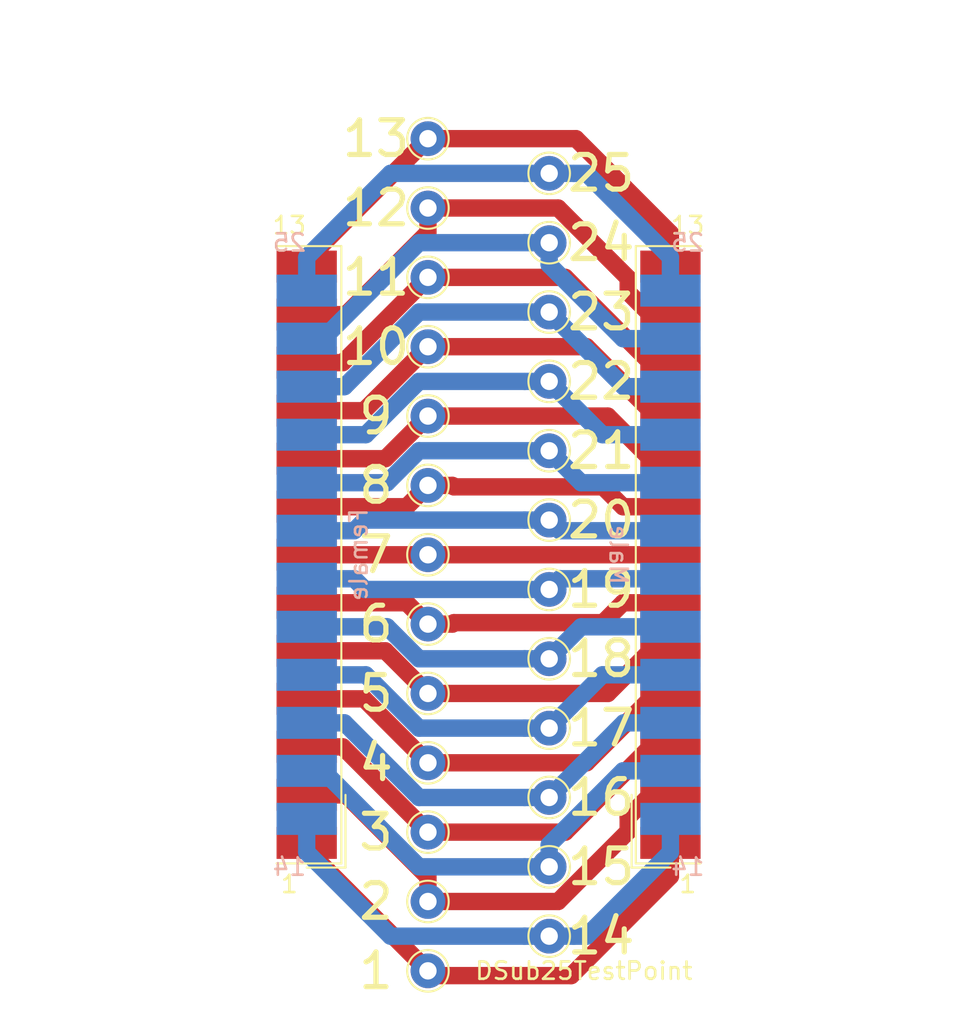
<source format=kicad_pcb>
(kicad_pcb (version 20171130) (host pcbnew "(5.1.5)-3")

  (general
    (thickness 1.6)
    (drawings 22)
    (tracks 150)
    (zones 0)
    (modules 27)
    (nets 26)
  )

  (page A4)
  (layers
    (0 F.Cu signal)
    (31 B.Cu signal)
    (32 B.Adhes user)
    (33 F.Adhes user)
    (34 B.Paste user)
    (35 F.Paste user)
    (36 B.SilkS user)
    (37 F.SilkS user)
    (38 B.Mask user)
    (39 F.Mask user)
    (40 Dwgs.User user)
    (41 Cmts.User user)
    (42 Eco1.User user)
    (43 Eco2.User user)
    (44 Edge.Cuts user)
    (45 Margin user)
    (46 B.CrtYd user)
    (47 F.CrtYd user)
    (48 B.Fab user)
    (49 F.Fab user)
  )

  (setup
    (last_trace_width 0.25)
    (trace_clearance 0.2)
    (zone_clearance 0.508)
    (zone_45_only no)
    (trace_min 0.2)
    (via_size 0.8)
    (via_drill 0.4)
    (via_min_size 0.4)
    (via_min_drill 0.3)
    (uvia_size 0.3)
    (uvia_drill 0.1)
    (uvias_allowed no)
    (uvia_min_size 0.2)
    (uvia_min_drill 0.1)
    (edge_width 0.05)
    (segment_width 0.2)
    (pcb_text_width 0.3)
    (pcb_text_size 1.5 1.5)
    (mod_edge_width 0.12)
    (mod_text_size 1 1)
    (mod_text_width 0.15)
    (pad_size 1.524 1.524)
    (pad_drill 0.762)
    (pad_to_mask_clearance 0.051)
    (solder_mask_min_width 0.25)
    (aux_axis_origin 0 0)
    (visible_elements 7FFFFFFF)
    (pcbplotparams
      (layerselection 0x010fc_ffffffff)
      (usegerberextensions false)
      (usegerberattributes false)
      (usegerberadvancedattributes false)
      (creategerberjobfile false)
      (excludeedgelayer true)
      (linewidth 0.100000)
      (plotframeref false)
      (viasonmask false)
      (mode 1)
      (useauxorigin false)
      (hpglpennumber 1)
      (hpglpenspeed 20)
      (hpglpendiameter 15.000000)
      (psnegative false)
      (psa4output false)
      (plotreference true)
      (plotvalue true)
      (plotinvisibletext false)
      (padsonsilk false)
      (subtractmaskfromsilk false)
      (outputformat 1)
      (mirror false)
      (drillshape 1)
      (scaleselection 1)
      (outputdirectory ""))
  )

  (net 0 "")
  (net 1 P1)
  (net 2 P2)
  (net 3 P3)
  (net 4 P4)
  (net 5 P5)
  (net 6 P6)
  (net 7 P7)
  (net 8 P8)
  (net 9 P9)
  (net 10 P10)
  (net 11 P11)
  (net 12 P12)
  (net 13 P13)
  (net 14 P14)
  (net 15 P15)
  (net 16 P16)
  (net 17 P17)
  (net 18 P18)
  (net 19 P19)
  (net 20 P20)
  (net 21 P21)
  (net 22 P22)
  (net 23 P23)
  (net 24 P24)
  (net 25 P25)

  (net_class Default "これはデフォルトのネット クラスです。"
    (clearance 0.2)
    (trace_width 0.25)
    (via_dia 0.8)
    (via_drill 0.4)
    (uvia_dia 0.3)
    (uvia_drill 0.1)
    (add_net P1)
    (add_net P10)
    (add_net P11)
    (add_net P12)
    (add_net P13)
    (add_net P14)
    (add_net P15)
    (add_net P16)
    (add_net P17)
    (add_net P18)
    (add_net P19)
    (add_net P2)
    (add_net P20)
    (add_net P21)
    (add_net P22)
    (add_net P23)
    (add_net P24)
    (add_net P25)
    (add_net P3)
    (add_net P4)
    (add_net P5)
    (add_net P6)
    (add_net P7)
    (add_net P8)
    (add_net P9)
  )

  (module Connector_Dsub:DSUB-25_Female_EdgeMount_P2.77mm (layer F.Cu) (tedit 59FEDEE2) (tstamp 605A14CC)
    (at 42 65 270)
    (descr "25-pin D-Sub connector, solder-cups edge-mounted, female, x-pin-pitch 2.77mm, distance of mounting holes 47.1mm, see https://disti-assets.s3.amazonaws.com/tonar/files/datasheets/16730.pdf")
    (tags "25-pin D-Sub connector edge mount solder cup female x-pin-pitch 2.77mm mounting holes distance 47.1mm")
    (path /605C7BF8)
    (attr smd)
    (fp_text reference J1 (at -20.543333 0 90) (layer F.SilkS) hide
      (effects (font (size 1 1) (thickness 0.15)))
    )
    (fp_text value DB25_Female (at 0 16.86 90) (layer F.Fab)
      (effects (font (size 1 1) (thickness 0.15)))
    )
    (fp_line (start 16.02 -0.91) (end 16.02 1.99) (layer F.Fab) (width 0.1))
    (fp_line (start 16.02 1.99) (end 17.22 1.99) (layer F.Fab) (width 0.1))
    (fp_line (start 17.22 1.99) (end 17.22 -0.91) (layer F.Fab) (width 0.1))
    (fp_line (start 17.22 -0.91) (end 16.02 -0.91) (layer F.Fab) (width 0.1))
    (fp_line (start 13.25 -0.91) (end 13.25 1.99) (layer F.Fab) (width 0.1))
    (fp_line (start 13.25 1.99) (end 14.45 1.99) (layer F.Fab) (width 0.1))
    (fp_line (start 14.45 1.99) (end 14.45 -0.91) (layer F.Fab) (width 0.1))
    (fp_line (start 14.45 -0.91) (end 13.25 -0.91) (layer F.Fab) (width 0.1))
    (fp_line (start 10.48 -0.91) (end 10.48 1.99) (layer F.Fab) (width 0.1))
    (fp_line (start 10.48 1.99) (end 11.68 1.99) (layer F.Fab) (width 0.1))
    (fp_line (start 11.68 1.99) (end 11.68 -0.91) (layer F.Fab) (width 0.1))
    (fp_line (start 11.68 -0.91) (end 10.48 -0.91) (layer F.Fab) (width 0.1))
    (fp_line (start 7.71 -0.91) (end 7.71 1.99) (layer F.Fab) (width 0.1))
    (fp_line (start 7.71 1.99) (end 8.91 1.99) (layer F.Fab) (width 0.1))
    (fp_line (start 8.91 1.99) (end 8.91 -0.91) (layer F.Fab) (width 0.1))
    (fp_line (start 8.91 -0.91) (end 7.71 -0.91) (layer F.Fab) (width 0.1))
    (fp_line (start 4.94 -0.91) (end 4.94 1.99) (layer F.Fab) (width 0.1))
    (fp_line (start 4.94 1.99) (end 6.14 1.99) (layer F.Fab) (width 0.1))
    (fp_line (start 6.14 1.99) (end 6.14 -0.91) (layer F.Fab) (width 0.1))
    (fp_line (start 6.14 -0.91) (end 4.94 -0.91) (layer F.Fab) (width 0.1))
    (fp_line (start 2.17 -0.91) (end 2.17 1.99) (layer F.Fab) (width 0.1))
    (fp_line (start 2.17 1.99) (end 3.37 1.99) (layer F.Fab) (width 0.1))
    (fp_line (start 3.37 1.99) (end 3.37 -0.91) (layer F.Fab) (width 0.1))
    (fp_line (start 3.37 -0.91) (end 2.17 -0.91) (layer F.Fab) (width 0.1))
    (fp_line (start -0.6 -0.91) (end -0.6 1.99) (layer F.Fab) (width 0.1))
    (fp_line (start -0.6 1.99) (end 0.6 1.99) (layer F.Fab) (width 0.1))
    (fp_line (start 0.6 1.99) (end 0.6 -0.91) (layer F.Fab) (width 0.1))
    (fp_line (start 0.6 -0.91) (end -0.6 -0.91) (layer F.Fab) (width 0.1))
    (fp_line (start -3.37 -0.91) (end -3.37 1.99) (layer F.Fab) (width 0.1))
    (fp_line (start -3.37 1.99) (end -2.17 1.99) (layer F.Fab) (width 0.1))
    (fp_line (start -2.17 1.99) (end -2.17 -0.91) (layer F.Fab) (width 0.1))
    (fp_line (start -2.17 -0.91) (end -3.37 -0.91) (layer F.Fab) (width 0.1))
    (fp_line (start -6.14 -0.91) (end -6.14 1.99) (layer F.Fab) (width 0.1))
    (fp_line (start -6.14 1.99) (end -4.94 1.99) (layer F.Fab) (width 0.1))
    (fp_line (start -4.94 1.99) (end -4.94 -0.91) (layer F.Fab) (width 0.1))
    (fp_line (start -4.94 -0.91) (end -6.14 -0.91) (layer F.Fab) (width 0.1))
    (fp_line (start -8.91 -0.91) (end -8.91 1.99) (layer F.Fab) (width 0.1))
    (fp_line (start -8.91 1.99) (end -7.71 1.99) (layer F.Fab) (width 0.1))
    (fp_line (start -7.71 1.99) (end -7.71 -0.91) (layer F.Fab) (width 0.1))
    (fp_line (start -7.71 -0.91) (end -8.91 -0.91) (layer F.Fab) (width 0.1))
    (fp_line (start -11.68 -0.91) (end -11.68 1.99) (layer F.Fab) (width 0.1))
    (fp_line (start -11.68 1.99) (end -10.48 1.99) (layer F.Fab) (width 0.1))
    (fp_line (start -10.48 1.99) (end -10.48 -0.91) (layer F.Fab) (width 0.1))
    (fp_line (start -10.48 -0.91) (end -11.68 -0.91) (layer F.Fab) (width 0.1))
    (fp_line (start -14.45 -0.91) (end -14.45 1.99) (layer F.Fab) (width 0.1))
    (fp_line (start -14.45 1.99) (end -13.25 1.99) (layer F.Fab) (width 0.1))
    (fp_line (start -13.25 1.99) (end -13.25 -0.91) (layer F.Fab) (width 0.1))
    (fp_line (start -13.25 -0.91) (end -14.45 -0.91) (layer F.Fab) (width 0.1))
    (fp_line (start -17.22 -0.91) (end -17.22 1.99) (layer F.Fab) (width 0.1))
    (fp_line (start -17.22 1.99) (end -16.02 1.99) (layer F.Fab) (width 0.1))
    (fp_line (start -16.02 1.99) (end -16.02 -0.91) (layer F.Fab) (width 0.1))
    (fp_line (start -16.02 -0.91) (end -17.22 -0.91) (layer F.Fab) (width 0.1))
    (fp_line (start 14.635 -0.91) (end 14.635 1.99) (layer B.Fab) (width 0.1))
    (fp_line (start 14.635 1.99) (end 15.835 1.99) (layer B.Fab) (width 0.1))
    (fp_line (start 15.835 1.99) (end 15.835 -0.91) (layer B.Fab) (width 0.1))
    (fp_line (start 15.835 -0.91) (end 14.635 -0.91) (layer B.Fab) (width 0.1))
    (fp_line (start 11.865 -0.91) (end 11.865 1.99) (layer B.Fab) (width 0.1))
    (fp_line (start 11.865 1.99) (end 13.065 1.99) (layer B.Fab) (width 0.1))
    (fp_line (start 13.065 1.99) (end 13.065 -0.91) (layer B.Fab) (width 0.1))
    (fp_line (start 13.065 -0.91) (end 11.865 -0.91) (layer B.Fab) (width 0.1))
    (fp_line (start 9.095 -0.91) (end 9.095 1.99) (layer B.Fab) (width 0.1))
    (fp_line (start 9.095 1.99) (end 10.295 1.99) (layer B.Fab) (width 0.1))
    (fp_line (start 10.295 1.99) (end 10.295 -0.91) (layer B.Fab) (width 0.1))
    (fp_line (start 10.295 -0.91) (end 9.095 -0.91) (layer B.Fab) (width 0.1))
    (fp_line (start 6.325 -0.91) (end 6.325 1.99) (layer B.Fab) (width 0.1))
    (fp_line (start 6.325 1.99) (end 7.525 1.99) (layer B.Fab) (width 0.1))
    (fp_line (start 7.525 1.99) (end 7.525 -0.91) (layer B.Fab) (width 0.1))
    (fp_line (start 7.525 -0.91) (end 6.325 -0.91) (layer B.Fab) (width 0.1))
    (fp_line (start 3.555 -0.91) (end 3.555 1.99) (layer B.Fab) (width 0.1))
    (fp_line (start 3.555 1.99) (end 4.755 1.99) (layer B.Fab) (width 0.1))
    (fp_line (start 4.755 1.99) (end 4.755 -0.91) (layer B.Fab) (width 0.1))
    (fp_line (start 4.755 -0.91) (end 3.555 -0.91) (layer B.Fab) (width 0.1))
    (fp_line (start 0.785 -0.91) (end 0.785 1.99) (layer B.Fab) (width 0.1))
    (fp_line (start 0.785 1.99) (end 1.985 1.99) (layer B.Fab) (width 0.1))
    (fp_line (start 1.985 1.99) (end 1.985 -0.91) (layer B.Fab) (width 0.1))
    (fp_line (start 1.985 -0.91) (end 0.785 -0.91) (layer B.Fab) (width 0.1))
    (fp_line (start -1.985 -0.91) (end -1.985 1.99) (layer B.Fab) (width 0.1))
    (fp_line (start -1.985 1.99) (end -0.785 1.99) (layer B.Fab) (width 0.1))
    (fp_line (start -0.785 1.99) (end -0.785 -0.91) (layer B.Fab) (width 0.1))
    (fp_line (start -0.785 -0.91) (end -1.985 -0.91) (layer B.Fab) (width 0.1))
    (fp_line (start -4.755 -0.91) (end -4.755 1.99) (layer B.Fab) (width 0.1))
    (fp_line (start -4.755 1.99) (end -3.555 1.99) (layer B.Fab) (width 0.1))
    (fp_line (start -3.555 1.99) (end -3.555 -0.91) (layer B.Fab) (width 0.1))
    (fp_line (start -3.555 -0.91) (end -4.755 -0.91) (layer B.Fab) (width 0.1))
    (fp_line (start -7.525 -0.91) (end -7.525 1.99) (layer B.Fab) (width 0.1))
    (fp_line (start -7.525 1.99) (end -6.325 1.99) (layer B.Fab) (width 0.1))
    (fp_line (start -6.325 1.99) (end -6.325 -0.91) (layer B.Fab) (width 0.1))
    (fp_line (start -6.325 -0.91) (end -7.525 -0.91) (layer B.Fab) (width 0.1))
    (fp_line (start -10.295 -0.91) (end -10.295 1.99) (layer B.Fab) (width 0.1))
    (fp_line (start -10.295 1.99) (end -9.095 1.99) (layer B.Fab) (width 0.1))
    (fp_line (start -9.095 1.99) (end -9.095 -0.91) (layer B.Fab) (width 0.1))
    (fp_line (start -9.095 -0.91) (end -10.295 -0.91) (layer B.Fab) (width 0.1))
    (fp_line (start -13.065 -0.91) (end -13.065 1.99) (layer B.Fab) (width 0.1))
    (fp_line (start -13.065 1.99) (end -11.865 1.99) (layer B.Fab) (width 0.1))
    (fp_line (start -11.865 1.99) (end -11.865 -0.91) (layer B.Fab) (width 0.1))
    (fp_line (start -11.865 -0.91) (end -13.065 -0.91) (layer B.Fab) (width 0.1))
    (fp_line (start -15.835 -0.91) (end -15.835 1.99) (layer B.Fab) (width 0.1))
    (fp_line (start -15.835 1.99) (end -14.635 1.99) (layer B.Fab) (width 0.1))
    (fp_line (start -14.635 1.99) (end -14.635 -0.91) (layer B.Fab) (width 0.1))
    (fp_line (start -14.635 -0.91) (end -15.835 -0.91) (layer B.Fab) (width 0.1))
    (fp_line (start -18.55 1.99) (end -18.55 4.79) (layer F.Fab) (width 0.1))
    (fp_line (start -18.55 4.79) (end 18.55 4.79) (layer F.Fab) (width 0.1))
    (fp_line (start 18.55 4.79) (end 18.55 1.99) (layer F.Fab) (width 0.1))
    (fp_line (start 18.55 1.99) (end -18.55 1.99) (layer F.Fab) (width 0.1))
    (fp_line (start -19.55 4.79) (end -19.55 9.29) (layer F.Fab) (width 0.1))
    (fp_line (start -19.55 9.29) (end 19.55 9.29) (layer F.Fab) (width 0.1))
    (fp_line (start 19.55 9.29) (end 19.55 4.79) (layer F.Fab) (width 0.1))
    (fp_line (start 19.55 4.79) (end -19.55 4.79) (layer F.Fab) (width 0.1))
    (fp_line (start -26.55 9.29) (end -26.55 9.69) (layer F.Fab) (width 0.1))
    (fp_line (start -26.55 9.69) (end 26.55 9.69) (layer F.Fab) (width 0.1))
    (fp_line (start 26.55 9.69) (end 26.55 9.29) (layer F.Fab) (width 0.1))
    (fp_line (start 26.55 9.29) (end -26.55 9.29) (layer F.Fab) (width 0.1))
    (fp_line (start -19.15 9.69) (end -19.15 15.86) (layer F.Fab) (width 0.1))
    (fp_line (start -19.15 15.86) (end 19.15 15.86) (layer F.Fab) (width 0.1))
    (fp_line (start 19.15 15.86) (end 19.15 9.69) (layer F.Fab) (width 0.1))
    (fp_line (start 19.15 9.69) (end -19.15 9.69) (layer F.Fab) (width 0.1))
    (fp_line (start -18.05 -2.25) (end 18.05 -2.25) (layer F.CrtYd) (width 0.05))
    (fp_line (start 18.05 -2.25) (end 18.05 1.5) (layer F.CrtYd) (width 0.05))
    (fp_line (start 18.05 1.5) (end 19.05 1.5) (layer F.CrtYd) (width 0.05))
    (fp_line (start 19.05 1.5) (end 19.05 4.3) (layer F.CrtYd) (width 0.05))
    (fp_line (start 19.05 4.3) (end 20.05 4.3) (layer F.CrtYd) (width 0.05))
    (fp_line (start 20.05 4.3) (end 20.05 8.8) (layer F.CrtYd) (width 0.05))
    (fp_line (start 20.05 8.8) (end 27.05 8.8) (layer F.CrtYd) (width 0.05))
    (fp_line (start 27.05 8.8) (end 27.05 10.2) (layer F.CrtYd) (width 0.05))
    (fp_line (start 27.05 10.2) (end 19.65 10.2) (layer F.CrtYd) (width 0.05))
    (fp_line (start 19.65 10.2) (end 19.65 16.4) (layer F.CrtYd) (width 0.05))
    (fp_line (start 19.65 16.4) (end -19.65 16.4) (layer F.CrtYd) (width 0.05))
    (fp_line (start -19.65 16.4) (end -19.65 10.2) (layer F.CrtYd) (width 0.05))
    (fp_line (start -19.65 10.2) (end -27.05 10.2) (layer F.CrtYd) (width 0.05))
    (fp_line (start -27.05 10.2) (end -27.05 8.8) (layer F.CrtYd) (width 0.05))
    (fp_line (start -27.05 8.8) (end -20.05 8.8) (layer F.CrtYd) (width 0.05))
    (fp_line (start -20.05 8.8) (end -20.05 4.3) (layer F.CrtYd) (width 0.05))
    (fp_line (start -20.05 4.3) (end -19.05 4.3) (layer F.CrtYd) (width 0.05))
    (fp_line (start -19.05 4.3) (end -19.05 1.5) (layer F.CrtYd) (width 0.05))
    (fp_line (start -19.05 1.5) (end -18.05 1.5) (layer F.CrtYd) (width 0.05))
    (fp_line (start -18.05 1.5) (end -18.05 -2.25) (layer F.CrtYd) (width 0.05))
    (fp_line (start 17.803333 1.74) (end 17.803333 -2) (layer F.SilkS) (width 0.12))
    (fp_line (start 17.803333 -2) (end -17.803333 -2) (layer F.SilkS) (width 0.12))
    (fp_line (start -17.803333 -2) (end -17.803333 1.74) (layer F.SilkS) (width 0.12))
    (fp_line (start 18.043333 0) (end 18.043333 -2.24) (layer F.SilkS) (width 0.12))
    (fp_line (start 18.043333 -2.24) (end 13.85 -2.24) (layer F.SilkS) (width 0.12))
    (fp_line (start -26.55 1.99) (end 26.55 1.99) (layer Dwgs.User) (width 0.05))
    (fp_text user %R (at 0 3.39 90) (layer F.Fab)
      (effects (font (size 1 1) (thickness 0.15)))
    )
    (fp_text user "PCB edge" (at -21.55 1.323333 90) (layer Dwgs.User)
      (effects (font (size 0.5 0.5) (thickness 0.075)))
    )
    (pad 1 smd rect (at 16.62 0 270) (size 1.846667 3.48) (layers F.Cu F.Paste F.Mask)
      (net 1 P1))
    (pad 2 smd rect (at 13.85 0 270) (size 1.846667 3.48) (layers F.Cu F.Paste F.Mask)
      (net 2 P2))
    (pad 3 smd rect (at 11.08 0 270) (size 1.846667 3.48) (layers F.Cu F.Paste F.Mask)
      (net 3 P3))
    (pad 4 smd rect (at 8.31 0 270) (size 1.846667 3.48) (layers F.Cu F.Paste F.Mask)
      (net 4 P4))
    (pad 5 smd rect (at 5.54 0 270) (size 1.846667 3.48) (layers F.Cu F.Paste F.Mask)
      (net 5 P5))
    (pad 6 smd rect (at 2.77 0 270) (size 1.846667 3.48) (layers F.Cu F.Paste F.Mask)
      (net 6 P6))
    (pad 7 smd rect (at 0 0 270) (size 1.846667 3.48) (layers F.Cu F.Paste F.Mask)
      (net 7 P7))
    (pad 8 smd rect (at -2.77 0 270) (size 1.846667 3.48) (layers F.Cu F.Paste F.Mask)
      (net 8 P8))
    (pad 9 smd rect (at -5.54 0 270) (size 1.846667 3.48) (layers F.Cu F.Paste F.Mask)
      (net 9 P9))
    (pad 10 smd rect (at -8.31 0 270) (size 1.846667 3.48) (layers F.Cu F.Paste F.Mask)
      (net 10 P10))
    (pad 11 smd rect (at -11.08 0 270) (size 1.846667 3.48) (layers F.Cu F.Paste F.Mask)
      (net 11 P11))
    (pad 12 smd rect (at -13.85 0 270) (size 1.846667 3.48) (layers F.Cu F.Paste F.Mask)
      (net 12 P12))
    (pad 13 smd rect (at -16.62 0 270) (size 1.846667 3.48) (layers F.Cu F.Paste F.Mask)
      (net 13 P13))
    (pad 14 smd rect (at 15.235 0 270) (size 1.846667 3.48) (layers B.Cu B.Paste B.Mask)
      (net 14 P14))
    (pad 15 smd rect (at 12.465 0 270) (size 1.846667 3.48) (layers B.Cu B.Paste B.Mask)
      (net 15 P15))
    (pad 16 smd rect (at 9.695 0 270) (size 1.846667 3.48) (layers B.Cu B.Paste B.Mask)
      (net 16 P16))
    (pad 17 smd rect (at 6.925 0 270) (size 1.846667 3.48) (layers B.Cu B.Paste B.Mask)
      (net 17 P17))
    (pad 18 smd rect (at 4.155 0 270) (size 1.846667 3.48) (layers B.Cu B.Paste B.Mask)
      (net 18 P18))
    (pad 19 smd rect (at 1.385 0 270) (size 1.846667 3.48) (layers B.Cu B.Paste B.Mask)
      (net 19 P19))
    (pad 20 smd rect (at -1.385 0 270) (size 1.846667 3.48) (layers B.Cu B.Paste B.Mask)
      (net 20 P20))
    (pad 21 smd rect (at -4.155 0 270) (size 1.846667 3.48) (layers B.Cu B.Paste B.Mask)
      (net 21 P21))
    (pad 22 smd rect (at -6.925 0 270) (size 1.846667 3.48) (layers B.Cu B.Paste B.Mask)
      (net 22 P22))
    (pad 23 smd rect (at -9.695 0 270) (size 1.846667 3.48) (layers B.Cu B.Paste B.Mask)
      (net 23 P23))
    (pad 24 smd rect (at -12.465 0 270) (size 1.846667 3.48) (layers B.Cu B.Paste B.Mask)
      (net 24 P24))
    (pad 25 smd rect (at -15.235 0 270) (size 1.846667 3.48) (layers B.Cu B.Paste B.Mask)
      (net 25 P25))
    (model ${KISYS3DMOD}/Connector_Dsub.3dshapes/DSUB-25_Female_EdgeMount_P2.77mm.wrl
      (at (xyz 0 0 0))
      (scale (xyz 1 1 1))
      (rotate (xyz 0 0 0))
    )
  )

  (module Connector_Dsub:DSUB-25_Male_EdgeMount_P2.77mm (layer F.Cu) (tedit 59FEDEE2) (tstamp 605A1579)
    (at 63 65 90)
    (descr "25-pin D-Sub connector, solder-cups edge-mounted, male, x-pin-pitch 2.77mm, distance of mounting holes 47.1mm, see https://disti-assets.s3.amazonaws.com/tonar/files/datasheets/16730.pdf")
    (tags "25-pin D-Sub connector edge mount solder cup male x-pin-pitch 2.77mm mounting holes distance 47.1mm")
    (path /605CCDA8)
    (attr smd)
    (fp_text reference J2 (at -20.543333 0 90) (layer F.SilkS) hide
      (effects (font (size 1 1) (thickness 0.15)))
    )
    (fp_text value DB25_Male (at 0 16.69 90) (layer F.Fab)
      (effects (font (size 1 1) (thickness 0.15)))
    )
    (fp_line (start -17.22 -0.91) (end -17.22 1.99) (layer F.Fab) (width 0.1))
    (fp_line (start -17.22 1.99) (end -16.02 1.99) (layer F.Fab) (width 0.1))
    (fp_line (start -16.02 1.99) (end -16.02 -0.91) (layer F.Fab) (width 0.1))
    (fp_line (start -16.02 -0.91) (end -17.22 -0.91) (layer F.Fab) (width 0.1))
    (fp_line (start -14.45 -0.91) (end -14.45 1.99) (layer F.Fab) (width 0.1))
    (fp_line (start -14.45 1.99) (end -13.25 1.99) (layer F.Fab) (width 0.1))
    (fp_line (start -13.25 1.99) (end -13.25 -0.91) (layer F.Fab) (width 0.1))
    (fp_line (start -13.25 -0.91) (end -14.45 -0.91) (layer F.Fab) (width 0.1))
    (fp_line (start -11.68 -0.91) (end -11.68 1.99) (layer F.Fab) (width 0.1))
    (fp_line (start -11.68 1.99) (end -10.48 1.99) (layer F.Fab) (width 0.1))
    (fp_line (start -10.48 1.99) (end -10.48 -0.91) (layer F.Fab) (width 0.1))
    (fp_line (start -10.48 -0.91) (end -11.68 -0.91) (layer F.Fab) (width 0.1))
    (fp_line (start -8.91 -0.91) (end -8.91 1.99) (layer F.Fab) (width 0.1))
    (fp_line (start -8.91 1.99) (end -7.71 1.99) (layer F.Fab) (width 0.1))
    (fp_line (start -7.71 1.99) (end -7.71 -0.91) (layer F.Fab) (width 0.1))
    (fp_line (start -7.71 -0.91) (end -8.91 -0.91) (layer F.Fab) (width 0.1))
    (fp_line (start -6.14 -0.91) (end -6.14 1.99) (layer F.Fab) (width 0.1))
    (fp_line (start -6.14 1.99) (end -4.94 1.99) (layer F.Fab) (width 0.1))
    (fp_line (start -4.94 1.99) (end -4.94 -0.91) (layer F.Fab) (width 0.1))
    (fp_line (start -4.94 -0.91) (end -6.14 -0.91) (layer F.Fab) (width 0.1))
    (fp_line (start -3.37 -0.91) (end -3.37 1.99) (layer F.Fab) (width 0.1))
    (fp_line (start -3.37 1.99) (end -2.17 1.99) (layer F.Fab) (width 0.1))
    (fp_line (start -2.17 1.99) (end -2.17 -0.91) (layer F.Fab) (width 0.1))
    (fp_line (start -2.17 -0.91) (end -3.37 -0.91) (layer F.Fab) (width 0.1))
    (fp_line (start -0.6 -0.91) (end -0.6 1.99) (layer F.Fab) (width 0.1))
    (fp_line (start -0.6 1.99) (end 0.6 1.99) (layer F.Fab) (width 0.1))
    (fp_line (start 0.6 1.99) (end 0.6 -0.91) (layer F.Fab) (width 0.1))
    (fp_line (start 0.6 -0.91) (end -0.6 -0.91) (layer F.Fab) (width 0.1))
    (fp_line (start 2.17 -0.91) (end 2.17 1.99) (layer F.Fab) (width 0.1))
    (fp_line (start 2.17 1.99) (end 3.37 1.99) (layer F.Fab) (width 0.1))
    (fp_line (start 3.37 1.99) (end 3.37 -0.91) (layer F.Fab) (width 0.1))
    (fp_line (start 3.37 -0.91) (end 2.17 -0.91) (layer F.Fab) (width 0.1))
    (fp_line (start 4.94 -0.91) (end 4.94 1.99) (layer F.Fab) (width 0.1))
    (fp_line (start 4.94 1.99) (end 6.14 1.99) (layer F.Fab) (width 0.1))
    (fp_line (start 6.14 1.99) (end 6.14 -0.91) (layer F.Fab) (width 0.1))
    (fp_line (start 6.14 -0.91) (end 4.94 -0.91) (layer F.Fab) (width 0.1))
    (fp_line (start 7.71 -0.91) (end 7.71 1.99) (layer F.Fab) (width 0.1))
    (fp_line (start 7.71 1.99) (end 8.91 1.99) (layer F.Fab) (width 0.1))
    (fp_line (start 8.91 1.99) (end 8.91 -0.91) (layer F.Fab) (width 0.1))
    (fp_line (start 8.91 -0.91) (end 7.71 -0.91) (layer F.Fab) (width 0.1))
    (fp_line (start 10.48 -0.91) (end 10.48 1.99) (layer F.Fab) (width 0.1))
    (fp_line (start 10.48 1.99) (end 11.68 1.99) (layer F.Fab) (width 0.1))
    (fp_line (start 11.68 1.99) (end 11.68 -0.91) (layer F.Fab) (width 0.1))
    (fp_line (start 11.68 -0.91) (end 10.48 -0.91) (layer F.Fab) (width 0.1))
    (fp_line (start 13.25 -0.91) (end 13.25 1.99) (layer F.Fab) (width 0.1))
    (fp_line (start 13.25 1.99) (end 14.45 1.99) (layer F.Fab) (width 0.1))
    (fp_line (start 14.45 1.99) (end 14.45 -0.91) (layer F.Fab) (width 0.1))
    (fp_line (start 14.45 -0.91) (end 13.25 -0.91) (layer F.Fab) (width 0.1))
    (fp_line (start 16.02 -0.91) (end 16.02 1.99) (layer F.Fab) (width 0.1))
    (fp_line (start 16.02 1.99) (end 17.22 1.99) (layer F.Fab) (width 0.1))
    (fp_line (start 17.22 1.99) (end 17.22 -0.91) (layer F.Fab) (width 0.1))
    (fp_line (start 17.22 -0.91) (end 16.02 -0.91) (layer F.Fab) (width 0.1))
    (fp_line (start -15.835 -0.91) (end -15.835 1.99) (layer B.Fab) (width 0.1))
    (fp_line (start -15.835 1.99) (end -14.635 1.99) (layer B.Fab) (width 0.1))
    (fp_line (start -14.635 1.99) (end -14.635 -0.91) (layer B.Fab) (width 0.1))
    (fp_line (start -14.635 -0.91) (end -15.835 -0.91) (layer B.Fab) (width 0.1))
    (fp_line (start -13.065 -0.91) (end -13.065 1.99) (layer B.Fab) (width 0.1))
    (fp_line (start -13.065 1.99) (end -11.865 1.99) (layer B.Fab) (width 0.1))
    (fp_line (start -11.865 1.99) (end -11.865 -0.91) (layer B.Fab) (width 0.1))
    (fp_line (start -11.865 -0.91) (end -13.065 -0.91) (layer B.Fab) (width 0.1))
    (fp_line (start -10.295 -0.91) (end -10.295 1.99) (layer B.Fab) (width 0.1))
    (fp_line (start -10.295 1.99) (end -9.095 1.99) (layer B.Fab) (width 0.1))
    (fp_line (start -9.095 1.99) (end -9.095 -0.91) (layer B.Fab) (width 0.1))
    (fp_line (start -9.095 -0.91) (end -10.295 -0.91) (layer B.Fab) (width 0.1))
    (fp_line (start -7.525 -0.91) (end -7.525 1.99) (layer B.Fab) (width 0.1))
    (fp_line (start -7.525 1.99) (end -6.325 1.99) (layer B.Fab) (width 0.1))
    (fp_line (start -6.325 1.99) (end -6.325 -0.91) (layer B.Fab) (width 0.1))
    (fp_line (start -6.325 -0.91) (end -7.525 -0.91) (layer B.Fab) (width 0.1))
    (fp_line (start -4.755 -0.91) (end -4.755 1.99) (layer B.Fab) (width 0.1))
    (fp_line (start -4.755 1.99) (end -3.555 1.99) (layer B.Fab) (width 0.1))
    (fp_line (start -3.555 1.99) (end -3.555 -0.91) (layer B.Fab) (width 0.1))
    (fp_line (start -3.555 -0.91) (end -4.755 -0.91) (layer B.Fab) (width 0.1))
    (fp_line (start -1.985 -0.91) (end -1.985 1.99) (layer B.Fab) (width 0.1))
    (fp_line (start -1.985 1.99) (end -0.785 1.99) (layer B.Fab) (width 0.1))
    (fp_line (start -0.785 1.99) (end -0.785 -0.91) (layer B.Fab) (width 0.1))
    (fp_line (start -0.785 -0.91) (end -1.985 -0.91) (layer B.Fab) (width 0.1))
    (fp_line (start 0.785 -0.91) (end 0.785 1.99) (layer B.Fab) (width 0.1))
    (fp_line (start 0.785 1.99) (end 1.985 1.99) (layer B.Fab) (width 0.1))
    (fp_line (start 1.985 1.99) (end 1.985 -0.91) (layer B.Fab) (width 0.1))
    (fp_line (start 1.985 -0.91) (end 0.785 -0.91) (layer B.Fab) (width 0.1))
    (fp_line (start 3.555 -0.91) (end 3.555 1.99) (layer B.Fab) (width 0.1))
    (fp_line (start 3.555 1.99) (end 4.755 1.99) (layer B.Fab) (width 0.1))
    (fp_line (start 4.755 1.99) (end 4.755 -0.91) (layer B.Fab) (width 0.1))
    (fp_line (start 4.755 -0.91) (end 3.555 -0.91) (layer B.Fab) (width 0.1))
    (fp_line (start 6.325 -0.91) (end 6.325 1.99) (layer B.Fab) (width 0.1))
    (fp_line (start 6.325 1.99) (end 7.525 1.99) (layer B.Fab) (width 0.1))
    (fp_line (start 7.525 1.99) (end 7.525 -0.91) (layer B.Fab) (width 0.1))
    (fp_line (start 7.525 -0.91) (end 6.325 -0.91) (layer B.Fab) (width 0.1))
    (fp_line (start 9.095 -0.91) (end 9.095 1.99) (layer B.Fab) (width 0.1))
    (fp_line (start 9.095 1.99) (end 10.295 1.99) (layer B.Fab) (width 0.1))
    (fp_line (start 10.295 1.99) (end 10.295 -0.91) (layer B.Fab) (width 0.1))
    (fp_line (start 10.295 -0.91) (end 9.095 -0.91) (layer B.Fab) (width 0.1))
    (fp_line (start 11.865 -0.91) (end 11.865 1.99) (layer B.Fab) (width 0.1))
    (fp_line (start 11.865 1.99) (end 13.065 1.99) (layer B.Fab) (width 0.1))
    (fp_line (start 13.065 1.99) (end 13.065 -0.91) (layer B.Fab) (width 0.1))
    (fp_line (start 13.065 -0.91) (end 11.865 -0.91) (layer B.Fab) (width 0.1))
    (fp_line (start 14.635 -0.91) (end 14.635 1.99) (layer B.Fab) (width 0.1))
    (fp_line (start 14.635 1.99) (end 15.835 1.99) (layer B.Fab) (width 0.1))
    (fp_line (start 15.835 1.99) (end 15.835 -0.91) (layer B.Fab) (width 0.1))
    (fp_line (start 15.835 -0.91) (end 14.635 -0.91) (layer B.Fab) (width 0.1))
    (fp_line (start -18.55 1.99) (end -18.55 4.79) (layer F.Fab) (width 0.1))
    (fp_line (start -18.55 4.79) (end 18.55 4.79) (layer F.Fab) (width 0.1))
    (fp_line (start 18.55 4.79) (end 18.55 1.99) (layer F.Fab) (width 0.1))
    (fp_line (start 18.55 1.99) (end -18.55 1.99) (layer F.Fab) (width 0.1))
    (fp_line (start -19.55 4.79) (end -19.55 9.29) (layer F.Fab) (width 0.1))
    (fp_line (start -19.55 9.29) (end 19.55 9.29) (layer F.Fab) (width 0.1))
    (fp_line (start 19.55 9.29) (end 19.55 4.79) (layer F.Fab) (width 0.1))
    (fp_line (start 19.55 4.79) (end -19.55 4.79) (layer F.Fab) (width 0.1))
    (fp_line (start -26.55 9.29) (end -26.55 9.69) (layer F.Fab) (width 0.1))
    (fp_line (start -26.55 9.69) (end 26.55 9.69) (layer F.Fab) (width 0.1))
    (fp_line (start 26.55 9.69) (end 26.55 9.29) (layer F.Fab) (width 0.1))
    (fp_line (start 26.55 9.29) (end -26.55 9.29) (layer F.Fab) (width 0.1))
    (fp_line (start -19.15 9.69) (end -19.15 15.69) (layer F.Fab) (width 0.1))
    (fp_line (start -19.15 15.69) (end 19.15 15.69) (layer F.Fab) (width 0.1))
    (fp_line (start 19.15 15.69) (end 19.15 9.69) (layer F.Fab) (width 0.1))
    (fp_line (start 19.15 9.69) (end -19.15 9.69) (layer F.Fab) (width 0.1))
    (fp_line (start -18.05 -2.25) (end 18.05 -2.25) (layer F.CrtYd) (width 0.05))
    (fp_line (start 18.05 -2.25) (end 18.05 1.5) (layer F.CrtYd) (width 0.05))
    (fp_line (start 18.05 1.5) (end 19.05 1.5) (layer F.CrtYd) (width 0.05))
    (fp_line (start 19.05 1.5) (end 19.05 4.3) (layer F.CrtYd) (width 0.05))
    (fp_line (start 19.05 4.3) (end 20.05 4.3) (layer F.CrtYd) (width 0.05))
    (fp_line (start 20.05 4.3) (end 20.05 8.8) (layer F.CrtYd) (width 0.05))
    (fp_line (start 20.05 8.8) (end 27.05 8.8) (layer F.CrtYd) (width 0.05))
    (fp_line (start 27.05 8.8) (end 27.05 10.2) (layer F.CrtYd) (width 0.05))
    (fp_line (start 27.05 10.2) (end 19.65 10.2) (layer F.CrtYd) (width 0.05))
    (fp_line (start 19.65 10.2) (end 19.65 16.2) (layer F.CrtYd) (width 0.05))
    (fp_line (start 19.65 16.2) (end -19.65 16.2) (layer F.CrtYd) (width 0.05))
    (fp_line (start -19.65 16.2) (end -19.65 10.2) (layer F.CrtYd) (width 0.05))
    (fp_line (start -19.65 10.2) (end -27.05 10.2) (layer F.CrtYd) (width 0.05))
    (fp_line (start -27.05 10.2) (end -27.05 8.8) (layer F.CrtYd) (width 0.05))
    (fp_line (start -27.05 8.8) (end -20.05 8.8) (layer F.CrtYd) (width 0.05))
    (fp_line (start -20.05 8.8) (end -20.05 4.3) (layer F.CrtYd) (width 0.05))
    (fp_line (start -20.05 4.3) (end -19.05 4.3) (layer F.CrtYd) (width 0.05))
    (fp_line (start -19.05 4.3) (end -19.05 1.5) (layer F.CrtYd) (width 0.05))
    (fp_line (start -19.05 1.5) (end -18.05 1.5) (layer F.CrtYd) (width 0.05))
    (fp_line (start -18.05 1.5) (end -18.05 -2.25) (layer F.CrtYd) (width 0.05))
    (fp_line (start 17.803333 1.74) (end 17.803333 -2) (layer F.SilkS) (width 0.12))
    (fp_line (start 17.803333 -2) (end -17.803333 -2) (layer F.SilkS) (width 0.12))
    (fp_line (start -17.803333 -2) (end -17.803333 1.74) (layer F.SilkS) (width 0.12))
    (fp_line (start -18.043333 0) (end -18.043333 -2.24) (layer F.SilkS) (width 0.12))
    (fp_line (start -18.043333 -2.24) (end -13.85 -2.24) (layer F.SilkS) (width 0.12))
    (fp_line (start -26.55 1.99) (end 26.55 1.99) (layer Dwgs.User) (width 0.05))
    (fp_text user %R (at 0 3.39 90) (layer F.Fab)
      (effects (font (size 1 1) (thickness 0.15)))
    )
    (fp_text user "PCB edge" (at -21.55 1.323333 90) (layer Dwgs.User)
      (effects (font (size 0.5 0.5) (thickness 0.075)))
    )
    (pad 1 smd rect (at -16.62 0 90) (size 1.846667 3.48) (layers F.Cu F.Paste F.Mask)
      (net 1 P1))
    (pad 2 smd rect (at -13.85 0 90) (size 1.846667 3.48) (layers F.Cu F.Paste F.Mask)
      (net 2 P2))
    (pad 3 smd rect (at -11.08 0 90) (size 1.846667 3.48) (layers F.Cu F.Paste F.Mask)
      (net 3 P3))
    (pad 4 smd rect (at -8.31 0 90) (size 1.846667 3.48) (layers F.Cu F.Paste F.Mask)
      (net 4 P4))
    (pad 5 smd rect (at -5.54 0 90) (size 1.846667 3.48) (layers F.Cu F.Paste F.Mask)
      (net 5 P5))
    (pad 6 smd rect (at -2.77 0 90) (size 1.846667 3.48) (layers F.Cu F.Paste F.Mask)
      (net 6 P6))
    (pad 7 smd rect (at 0 0 90) (size 1.846667 3.48) (layers F.Cu F.Paste F.Mask)
      (net 7 P7))
    (pad 8 smd rect (at 2.77 0 90) (size 1.846667 3.48) (layers F.Cu F.Paste F.Mask)
      (net 8 P8))
    (pad 9 smd rect (at 5.54 0 90) (size 1.846667 3.48) (layers F.Cu F.Paste F.Mask)
      (net 9 P9))
    (pad 10 smd rect (at 8.31 0 90) (size 1.846667 3.48) (layers F.Cu F.Paste F.Mask)
      (net 10 P10))
    (pad 11 smd rect (at 11.08 0 90) (size 1.846667 3.48) (layers F.Cu F.Paste F.Mask)
      (net 11 P11))
    (pad 12 smd rect (at 13.85 0 90) (size 1.846667 3.48) (layers F.Cu F.Paste F.Mask)
      (net 12 P12))
    (pad 13 smd rect (at 16.62 0 90) (size 1.846667 3.48) (layers F.Cu F.Paste F.Mask)
      (net 13 P13))
    (pad 14 smd rect (at -15.235 0 90) (size 1.846667 3.48) (layers B.Cu B.Paste B.Mask)
      (net 14 P14))
    (pad 15 smd rect (at -12.465 0 90) (size 1.846667 3.48) (layers B.Cu B.Paste B.Mask)
      (net 15 P15))
    (pad 16 smd rect (at -9.695 0 90) (size 1.846667 3.48) (layers B.Cu B.Paste B.Mask)
      (net 16 P16))
    (pad 17 smd rect (at -6.925 0 90) (size 1.846667 3.48) (layers B.Cu B.Paste B.Mask)
      (net 17 P17))
    (pad 18 smd rect (at -4.155 0 90) (size 1.846667 3.48) (layers B.Cu B.Paste B.Mask)
      (net 18 P18))
    (pad 19 smd rect (at -1.385 0 90) (size 1.846667 3.48) (layers B.Cu B.Paste B.Mask)
      (net 19 P19))
    (pad 20 smd rect (at 1.385 0 90) (size 1.846667 3.48) (layers B.Cu B.Paste B.Mask)
      (net 20 P20))
    (pad 21 smd rect (at 4.155 0 90) (size 1.846667 3.48) (layers B.Cu B.Paste B.Mask)
      (net 21 P21))
    (pad 22 smd rect (at 6.925 0 90) (size 1.846667 3.48) (layers B.Cu B.Paste B.Mask)
      (net 22 P22))
    (pad 23 smd rect (at 9.695 0 90) (size 1.846667 3.48) (layers B.Cu B.Paste B.Mask)
      (net 23 P23))
    (pad 24 smd rect (at 12.465 0 90) (size 1.846667 3.48) (layers B.Cu B.Paste B.Mask)
      (net 24 P24))
    (pad 25 smd rect (at 15.235 0 90) (size 1.846667 3.48) (layers B.Cu B.Paste B.Mask)
      (net 25 P25))
    (model ${KISYS3DMOD}/Connector_Dsub.3dshapes/DSUB-25_Male_EdgeMount_P2.77mm.wrl
      (at (xyz 0 0 0))
      (scale (xyz 1 1 1))
      (rotate (xyz 0 0 0))
    )
  )

  (module TestPoint:TestPoint_THTPad_D2.0mm_Drill1.0mm (layer F.Cu) (tedit 5A0F774F) (tstamp 605A1581)
    (at 49 89)
    (descr "THT pad as test Point, diameter 2.0mm, hole diameter 1.0mm")
    (tags "test point THT pad")
    (path /605D5BF6)
    (attr virtual)
    (fp_text reference 1 (at -3 0) (layer F.SilkS)
      (effects (font (size 2 2) (thickness 0.3)))
    )
    (fp_text value TestPoint (at 0 2.05) (layer F.Fab)
      (effects (font (size 1 1) (thickness 0.15)))
    )
    (fp_text user %R (at 0 -2) (layer F.Fab)
      (effects (font (size 1 1) (thickness 0.15)))
    )
    (fp_circle (center 0 0) (end 1.5 0) (layer F.CrtYd) (width 0.05))
    (fp_circle (center 0 0) (end 0 1.2) (layer F.SilkS) (width 0.12))
    (pad 1 thru_hole circle (at 0 0) (size 2 2) (drill 1) (layers *.Cu *.Mask)
      (net 1 P1))
  )

  (module TestPoint:TestPoint_THTPad_D2.0mm_Drill1.0mm (layer F.Cu) (tedit 5A0F774F) (tstamp 605A1589)
    (at 49 85)
    (descr "THT pad as test Point, diameter 2.0mm, hole diameter 1.0mm")
    (tags "test point THT pad")
    (path /605D64DD)
    (attr virtual)
    (fp_text reference 2 (at -3 0) (layer F.SilkS)
      (effects (font (size 2 2) (thickness 0.3)))
    )
    (fp_text value TestPoint (at 0 2.05) (layer F.Fab)
      (effects (font (size 1 1) (thickness 0.15)))
    )
    (fp_circle (center 0 0) (end 0 1.2) (layer F.SilkS) (width 0.12))
    (fp_circle (center 0 0) (end 1.5 0) (layer F.CrtYd) (width 0.05))
    (fp_text user %R (at 0 -2) (layer F.Fab)
      (effects (font (size 1 1) (thickness 0.15)))
    )
    (pad 1 thru_hole circle (at 0 0) (size 2 2) (drill 1) (layers *.Cu *.Mask)
      (net 2 P2))
  )

  (module TestPoint:TestPoint_THTPad_D2.0mm_Drill1.0mm (layer F.Cu) (tedit 5A0F774F) (tstamp 605A1591)
    (at 49 81)
    (descr "THT pad as test Point, diameter 2.0mm, hole diameter 1.0mm")
    (tags "test point THT pad")
    (path /605D6B37)
    (attr virtual)
    (fp_text reference 3 (at -3 0) (layer F.SilkS)
      (effects (font (size 2 2) (thickness 0.3)))
    )
    (fp_text value TestPoint (at 0 2.05) (layer F.Fab)
      (effects (font (size 1 1) (thickness 0.15)))
    )
    (fp_text user %R (at 0 -2) (layer F.Fab)
      (effects (font (size 1 1) (thickness 0.15)))
    )
    (fp_circle (center 0 0) (end 1.5 0) (layer F.CrtYd) (width 0.05))
    (fp_circle (center 0 0) (end 0 1.2) (layer F.SilkS) (width 0.12))
    (pad 1 thru_hole circle (at 0 0) (size 2 2) (drill 1) (layers *.Cu *.Mask)
      (net 3 P3))
  )

  (module TestPoint:TestPoint_THTPad_D2.0mm_Drill1.0mm (layer F.Cu) (tedit 5A0F774F) (tstamp 605A1599)
    (at 49 77)
    (descr "THT pad as test Point, diameter 2.0mm, hole diameter 1.0mm")
    (tags "test point THT pad")
    (path /605D6B41)
    (attr virtual)
    (fp_text reference 4 (at -3 0) (layer F.SilkS)
      (effects (font (size 2 2) (thickness 0.3)))
    )
    (fp_text value TestPoint (at 0 2.05) (layer F.Fab)
      (effects (font (size 1 1) (thickness 0.15)))
    )
    (fp_circle (center 0 0) (end 0 1.2) (layer F.SilkS) (width 0.12))
    (fp_circle (center 0 0) (end 1.5 0) (layer F.CrtYd) (width 0.05))
    (fp_text user %R (at 0 -2) (layer F.Fab)
      (effects (font (size 1 1) (thickness 0.15)))
    )
    (pad 1 thru_hole circle (at 0 0) (size 2 2) (drill 1) (layers *.Cu *.Mask)
      (net 4 P4))
  )

  (module TestPoint:TestPoint_THTPad_D2.0mm_Drill1.0mm (layer F.Cu) (tedit 5A0F774F) (tstamp 605A15A1)
    (at 49 73)
    (descr "THT pad as test Point, diameter 2.0mm, hole diameter 1.0mm")
    (tags "test point THT pad")
    (path /605D7329)
    (attr virtual)
    (fp_text reference 5 (at -3 0) (layer F.SilkS)
      (effects (font (size 2 2) (thickness 0.3)))
    )
    (fp_text value TestPoint (at 0 2.05) (layer F.Fab)
      (effects (font (size 1 1) (thickness 0.15)))
    )
    (fp_text user %R (at 0 -2) (layer F.Fab)
      (effects (font (size 1 1) (thickness 0.15)))
    )
    (fp_circle (center 0 0) (end 1.5 0) (layer F.CrtYd) (width 0.05))
    (fp_circle (center 0 0) (end 0 1.2) (layer F.SilkS) (width 0.12))
    (pad 1 thru_hole circle (at 0 0) (size 2 2) (drill 1) (layers *.Cu *.Mask)
      (net 5 P5))
  )

  (module TestPoint:TestPoint_THTPad_D2.0mm_Drill1.0mm (layer F.Cu) (tedit 5A0F774F) (tstamp 605A15A9)
    (at 49 69)
    (descr "THT pad as test Point, diameter 2.0mm, hole diameter 1.0mm")
    (tags "test point THT pad")
    (path /605D7333)
    (attr virtual)
    (fp_text reference 6 (at -3 0) (layer F.SilkS)
      (effects (font (size 2 2) (thickness 0.3)))
    )
    (fp_text value TestPoint (at 0 2.05) (layer F.Fab)
      (effects (font (size 1 1) (thickness 0.15)))
    )
    (fp_circle (center 0 0) (end 0 1.2) (layer F.SilkS) (width 0.12))
    (fp_circle (center 0 0) (end 1.5 0) (layer F.CrtYd) (width 0.05))
    (fp_text user %R (at 0 -2) (layer F.Fab)
      (effects (font (size 1 1) (thickness 0.15)))
    )
    (pad 1 thru_hole circle (at 0 0) (size 2 2) (drill 1) (layers *.Cu *.Mask)
      (net 6 P6))
  )

  (module TestPoint:TestPoint_THTPad_D2.0mm_Drill1.0mm (layer F.Cu) (tedit 5A0F774F) (tstamp 605A15B1)
    (at 49 65)
    (descr "THT pad as test Point, diameter 2.0mm, hole diameter 1.0mm")
    (tags "test point THT pad")
    (path /605D733D)
    (attr virtual)
    (fp_text reference 7 (at -3 0) (layer F.SilkS)
      (effects (font (size 2 2) (thickness 0.3)))
    )
    (fp_text value TestPoint (at 0 2.05) (layer F.Fab)
      (effects (font (size 1 1) (thickness 0.15)))
    )
    (fp_text user %R (at 0 -2) (layer F.Fab)
      (effects (font (size 1 1) (thickness 0.15)))
    )
    (fp_circle (center 0 0) (end 1.5 0) (layer F.CrtYd) (width 0.05))
    (fp_circle (center 0 0) (end 0 1.2) (layer F.SilkS) (width 0.12))
    (pad 1 thru_hole circle (at 0 0) (size 2 2) (drill 1) (layers *.Cu *.Mask)
      (net 7 P7))
  )

  (module TestPoint:TestPoint_THTPad_D2.0mm_Drill1.0mm (layer F.Cu) (tedit 5A0F774F) (tstamp 605A15B9)
    (at 49 61)
    (descr "THT pad as test Point, diameter 2.0mm, hole diameter 1.0mm")
    (tags "test point THT pad")
    (path /605D7347)
    (attr virtual)
    (fp_text reference 8 (at -3 0) (layer F.SilkS)
      (effects (font (size 2 2) (thickness 0.3)))
    )
    (fp_text value TestPoint (at 0 2.05) (layer F.Fab)
      (effects (font (size 1 1) (thickness 0.15)))
    )
    (fp_circle (center 0 0) (end 0 1.2) (layer F.SilkS) (width 0.12))
    (fp_circle (center 0 0) (end 1.5 0) (layer F.CrtYd) (width 0.05))
    (fp_text user %R (at 0 -2) (layer F.Fab)
      (effects (font (size 1 1) (thickness 0.15)))
    )
    (pad 1 thru_hole circle (at 0 0) (size 2 2) (drill 1) (layers *.Cu *.Mask)
      (net 8 P8))
  )

  (module TestPoint:TestPoint_THTPad_D2.0mm_Drill1.0mm (layer F.Cu) (tedit 5A0F774F) (tstamp 605A15C1)
    (at 49 57)
    (descr "THT pad as test Point, diameter 2.0mm, hole diameter 1.0mm")
    (tags "test point THT pad")
    (path /605D80B9)
    (attr virtual)
    (fp_text reference 9 (at -3 0) (layer F.SilkS)
      (effects (font (size 2 2) (thickness 0.3)))
    )
    (fp_text value TestPoint (at 0 2.05) (layer F.Fab)
      (effects (font (size 1 1) (thickness 0.15)))
    )
    (fp_text user %R (at 0 -2) (layer F.Fab)
      (effects (font (size 1 1) (thickness 0.15)))
    )
    (fp_circle (center 0 0) (end 1.5 0) (layer F.CrtYd) (width 0.05))
    (fp_circle (center 0 0) (end 0 1.2) (layer F.SilkS) (width 0.12))
    (pad 1 thru_hole circle (at 0 0) (size 2 2) (drill 1) (layers *.Cu *.Mask)
      (net 9 P9))
  )

  (module TestPoint:TestPoint_THTPad_D2.0mm_Drill1.0mm (layer F.Cu) (tedit 5A0F774F) (tstamp 605A15C9)
    (at 49 53)
    (descr "THT pad as test Point, diameter 2.0mm, hole diameter 1.0mm")
    (tags "test point THT pad")
    (path /605D80C3)
    (attr virtual)
    (fp_text reference 10 (at -3 0) (layer F.SilkS)
      (effects (font (size 2 2) (thickness 0.3)))
    )
    (fp_text value TestPoint (at 0 2.05) (layer F.Fab)
      (effects (font (size 1 1) (thickness 0.15)))
    )
    (fp_circle (center 0 0) (end 0 1.2) (layer F.SilkS) (width 0.12))
    (fp_circle (center 0 0) (end 1.5 0) (layer F.CrtYd) (width 0.05))
    (fp_text user %R (at 0 -2) (layer F.Fab)
      (effects (font (size 1 1) (thickness 0.15)))
    )
    (pad 1 thru_hole circle (at 0 0) (size 2 2) (drill 1) (layers *.Cu *.Mask)
      (net 10 P10))
  )

  (module TestPoint:TestPoint_THTPad_D2.0mm_Drill1.0mm (layer F.Cu) (tedit 5A0F774F) (tstamp 605A15D1)
    (at 49 49)
    (descr "THT pad as test Point, diameter 2.0mm, hole diameter 1.0mm")
    (tags "test point THT pad")
    (path /605D80CD)
    (attr virtual)
    (fp_text reference 11 (at -3 0) (layer F.SilkS)
      (effects (font (size 2 2) (thickness 0.3)))
    )
    (fp_text value TestPoint (at 0 2.05) (layer F.Fab)
      (effects (font (size 1 1) (thickness 0.15)))
    )
    (fp_text user %R (at 0 -2) (layer F.Fab)
      (effects (font (size 1 1) (thickness 0.15)))
    )
    (fp_circle (center 0 0) (end 1.5 0) (layer F.CrtYd) (width 0.05))
    (fp_circle (center 0 0) (end 0 1.2) (layer F.SilkS) (width 0.12))
    (pad 1 thru_hole circle (at 0 0) (size 2 2) (drill 1) (layers *.Cu *.Mask)
      (net 11 P11))
  )

  (module TestPoint:TestPoint_THTPad_D2.0mm_Drill1.0mm (layer F.Cu) (tedit 5A0F774F) (tstamp 605A15D9)
    (at 49 45)
    (descr "THT pad as test Point, diameter 2.0mm, hole diameter 1.0mm")
    (tags "test point THT pad")
    (path /605D80D7)
    (attr virtual)
    (fp_text reference 12 (at -3 0) (layer F.SilkS)
      (effects (font (size 2 2) (thickness 0.3)))
    )
    (fp_text value TestPoint (at 0 2.05) (layer F.Fab)
      (effects (font (size 1 1) (thickness 0.15)))
    )
    (fp_text user %R (at 0 -2) (layer F.Fab)
      (effects (font (size 1 1) (thickness 0.15)))
    )
    (fp_circle (center 0 0) (end 1.5 0) (layer F.CrtYd) (width 0.05))
    (fp_circle (center 0 0) (end 0 1.2) (layer F.SilkS) (width 0.12))
    (pad 1 thru_hole circle (at 0 0) (size 2 2) (drill 1) (layers *.Cu *.Mask)
      (net 12 P12))
  )

  (module TestPoint:TestPoint_THTPad_D2.0mm_Drill1.0mm (layer F.Cu) (tedit 5A0F774F) (tstamp 605A15E1)
    (at 49 41)
    (descr "THT pad as test Point, diameter 2.0mm, hole diameter 1.0mm")
    (tags "test point THT pad")
    (path /605D80E1)
    (attr virtual)
    (fp_text reference 13 (at -3 0) (layer F.SilkS)
      (effects (font (size 2 2) (thickness 0.3)))
    )
    (fp_text value TestPoint (at 0 2.05) (layer F.Fab)
      (effects (font (size 1 1) (thickness 0.15)))
    )
    (fp_circle (center 0 0) (end 0 1.2) (layer F.SilkS) (width 0.12))
    (fp_circle (center 0 0) (end 1.5 0) (layer F.CrtYd) (width 0.05))
    (fp_text user %R (at 0 -2) (layer F.Fab)
      (effects (font (size 1 1) (thickness 0.15)))
    )
    (pad 1 thru_hole circle (at 0 0) (size 2 2) (drill 1) (layers *.Cu *.Mask)
      (net 13 P13))
  )

  (module TestPoint:TestPoint_THTPad_D2.0mm_Drill1.0mm (layer F.Cu) (tedit 5A0F774F) (tstamp 605A15E9)
    (at 56 87)
    (descr "THT pad as test Point, diameter 2.0mm, hole diameter 1.0mm")
    (tags "test point THT pad")
    (path /605D80EB)
    (attr virtual)
    (fp_text reference 14 (at 3 0) (layer F.SilkS)
      (effects (font (size 2 2) (thickness 0.3)))
    )
    (fp_text value TestPoint (at 0 2.05) (layer F.Fab)
      (effects (font (size 1 1) (thickness 0.15)))
    )
    (fp_text user %R (at 0 -2) (layer F.Fab)
      (effects (font (size 1 1) (thickness 0.15)))
    )
    (fp_circle (center 0 0) (end 1.5 0) (layer F.CrtYd) (width 0.05))
    (fp_circle (center 0 0) (end 0 1.2) (layer F.SilkS) (width 0.12))
    (pad 1 thru_hole circle (at 0 0) (size 2 2) (drill 1) (layers *.Cu *.Mask)
      (net 14 P14))
  )

  (module TestPoint:TestPoint_THTPad_D2.0mm_Drill1.0mm (layer F.Cu) (tedit 5A0F774F) (tstamp 605A15F1)
    (at 56 83)
    (descr "THT pad as test Point, diameter 2.0mm, hole diameter 1.0mm")
    (tags "test point THT pad")
    (path /605D80F5)
    (attr virtual)
    (fp_text reference 15 (at 3 0) (layer F.SilkS)
      (effects (font (size 2 2) (thickness 0.3)))
    )
    (fp_text value TestPoint (at 0 2.05) (layer F.Fab)
      (effects (font (size 1 1) (thickness 0.15)))
    )
    (fp_circle (center 0 0) (end 0 1.2) (layer F.SilkS) (width 0.12))
    (fp_circle (center 0 0) (end 1.5 0) (layer F.CrtYd) (width 0.05))
    (fp_text user %R (at 0 -2) (layer F.Fab)
      (effects (font (size 1 1) (thickness 0.15)))
    )
    (pad 1 thru_hole circle (at 0 0) (size 2 2) (drill 1) (layers *.Cu *.Mask)
      (net 15 P15))
  )

  (module TestPoint:TestPoint_THTPad_D2.0mm_Drill1.0mm (layer F.Cu) (tedit 5A0F774F) (tstamp 605A15F9)
    (at 56 79)
    (descr "THT pad as test Point, diameter 2.0mm, hole diameter 1.0mm")
    (tags "test point THT pad")
    (path /605D80FF)
    (attr virtual)
    (fp_text reference 16 (at 3 0) (layer F.SilkS)
      (effects (font (size 2 2) (thickness 0.3)))
    )
    (fp_text value TestPoint (at 0 2.05) (layer F.Fab)
      (effects (font (size 1 1) (thickness 0.15)))
    )
    (fp_text user %R (at 0 -2) (layer F.Fab)
      (effects (font (size 1 1) (thickness 0.15)))
    )
    (fp_circle (center 0 0) (end 1.5 0) (layer F.CrtYd) (width 0.05))
    (fp_circle (center 0 0) (end 0 1.2) (layer F.SilkS) (width 0.12))
    (pad 1 thru_hole circle (at 0 0) (size 2 2) (drill 1) (layers *.Cu *.Mask)
      (net 16 P16))
  )

  (module TestPoint:TestPoint_THTPad_D2.0mm_Drill1.0mm (layer F.Cu) (tedit 5A0F774F) (tstamp 605A1601)
    (at 56 75)
    (descr "THT pad as test Point, diameter 2.0mm, hole diameter 1.0mm")
    (tags "test point THT pad")
    (path /605DB692)
    (attr virtual)
    (fp_text reference 17 (at 3 0) (layer F.SilkS)
      (effects (font (size 2 2) (thickness 0.3)))
    )
    (fp_text value TestPoint (at 0 2.05) (layer F.Fab)
      (effects (font (size 1 1) (thickness 0.15)))
    )
    (fp_circle (center 0 0) (end 0 1.2) (layer F.SilkS) (width 0.12))
    (fp_circle (center 0 0) (end 1.5 0) (layer F.CrtYd) (width 0.05))
    (fp_text user %R (at 0 -2) (layer F.Fab)
      (effects (font (size 1 1) (thickness 0.15)))
    )
    (pad 1 thru_hole circle (at 0 0) (size 2 2) (drill 1) (layers *.Cu *.Mask)
      (net 17 P17))
  )

  (module TestPoint:TestPoint_THTPad_D2.0mm_Drill1.0mm (layer F.Cu) (tedit 5A0F774F) (tstamp 605A1609)
    (at 56 71)
    (descr "THT pad as test Point, diameter 2.0mm, hole diameter 1.0mm")
    (tags "test point THT pad")
    (path /605DB69C)
    (attr virtual)
    (fp_text reference 18 (at 3 0) (layer F.SilkS)
      (effects (font (size 2 2) (thickness 0.3)))
    )
    (fp_text value TestPoint (at 0 2.05) (layer F.Fab)
      (effects (font (size 1 1) (thickness 0.15)))
    )
    (fp_text user %R (at 0 -2) (layer F.Fab)
      (effects (font (size 1 1) (thickness 0.15)))
    )
    (fp_circle (center 0 0) (end 1.5 0) (layer F.CrtYd) (width 0.05))
    (fp_circle (center 0 0) (end 0 1.2) (layer F.SilkS) (width 0.12))
    (pad 1 thru_hole circle (at 0 0) (size 2 2) (drill 1) (layers *.Cu *.Mask)
      (net 18 P18))
  )

  (module TestPoint:TestPoint_THTPad_D2.0mm_Drill1.0mm (layer F.Cu) (tedit 5A0F774F) (tstamp 605A1611)
    (at 56 67)
    (descr "THT pad as test Point, diameter 2.0mm, hole diameter 1.0mm")
    (tags "test point THT pad")
    (path /605DB6A6)
    (attr virtual)
    (fp_text reference 19 (at 3 0) (layer F.SilkS)
      (effects (font (size 2 2) (thickness 0.3)))
    )
    (fp_text value TestPoint (at 0 2.05) (layer F.Fab)
      (effects (font (size 1 1) (thickness 0.15)))
    )
    (fp_circle (center 0 0) (end 0 1.2) (layer F.SilkS) (width 0.12))
    (fp_circle (center 0 0) (end 1.5 0) (layer F.CrtYd) (width 0.05))
    (fp_text user %R (at 0 -2) (layer F.Fab)
      (effects (font (size 1 1) (thickness 0.15)))
    )
    (pad 1 thru_hole circle (at 0 0) (size 2 2) (drill 1) (layers *.Cu *.Mask)
      (net 19 P19))
  )

  (module TestPoint:TestPoint_THTPad_D2.0mm_Drill1.0mm (layer F.Cu) (tedit 5A0F774F) (tstamp 605A1619)
    (at 56 63)
    (descr "THT pad as test Point, diameter 2.0mm, hole diameter 1.0mm")
    (tags "test point THT pad")
    (path /605DB6B0)
    (attr virtual)
    (fp_text reference 20 (at 3 0) (layer F.SilkS)
      (effects (font (size 2 2) (thickness 0.3)))
    )
    (fp_text value TestPoint (at 0 2.05) (layer F.Fab)
      (effects (font (size 1 1) (thickness 0.15)))
    )
    (fp_text user %R (at 0 -2) (layer F.Fab)
      (effects (font (size 1 1) (thickness 0.15)))
    )
    (fp_circle (center 0 0) (end 1.5 0) (layer F.CrtYd) (width 0.05))
    (fp_circle (center 0 0) (end 0 1.2) (layer F.SilkS) (width 0.12))
    (pad 1 thru_hole circle (at 0 0) (size 2 2) (drill 1) (layers *.Cu *.Mask)
      (net 20 P20))
  )

  (module TestPoint:TestPoint_THTPad_D2.0mm_Drill1.0mm (layer F.Cu) (tedit 5A0F774F) (tstamp 605A1621)
    (at 56 59)
    (descr "THT pad as test Point, diameter 2.0mm, hole diameter 1.0mm")
    (tags "test point THT pad")
    (path /605DB6BA)
    (attr virtual)
    (fp_text reference 21 (at 3 0) (layer F.SilkS)
      (effects (font (size 2 2) (thickness 0.3)))
    )
    (fp_text value TestPoint (at 0 2.05) (layer F.Fab)
      (effects (font (size 1 1) (thickness 0.15)))
    )
    (fp_circle (center 0 0) (end 0 1.2) (layer F.SilkS) (width 0.12))
    (fp_circle (center 0 0) (end 1.5 0) (layer F.CrtYd) (width 0.05))
    (fp_text user %R (at 0 -2) (layer F.Fab)
      (effects (font (size 1 1) (thickness 0.15)))
    )
    (pad 1 thru_hole circle (at 0 0) (size 2 2) (drill 1) (layers *.Cu *.Mask)
      (net 21 P21))
  )

  (module TestPoint:TestPoint_THTPad_D2.0mm_Drill1.0mm (layer F.Cu) (tedit 5A0F774F) (tstamp 605A1629)
    (at 56 55)
    (descr "THT pad as test Point, diameter 2.0mm, hole diameter 1.0mm")
    (tags "test point THT pad")
    (path /605DB6C4)
    (attr virtual)
    (fp_text reference 22 (at 3 0) (layer F.SilkS)
      (effects (font (size 2 2) (thickness 0.3)))
    )
    (fp_text value TestPoint (at 0 2.05) (layer F.Fab)
      (effects (font (size 1 1) (thickness 0.15)))
    )
    (fp_text user %R (at 0 -2) (layer F.Fab)
      (effects (font (size 1 1) (thickness 0.15)))
    )
    (fp_circle (center 0 0) (end 1.5 0) (layer F.CrtYd) (width 0.05))
    (fp_circle (center 0 0) (end 0 1.2) (layer F.SilkS) (width 0.12))
    (pad 1 thru_hole circle (at 0 0) (size 2 2) (drill 1) (layers *.Cu *.Mask)
      (net 22 P22))
  )

  (module TestPoint:TestPoint_THTPad_D2.0mm_Drill1.0mm (layer F.Cu) (tedit 5A0F774F) (tstamp 605A1631)
    (at 56 51)
    (descr "THT pad as test Point, diameter 2.0mm, hole diameter 1.0mm")
    (tags "test point THT pad")
    (path /605DB6CE)
    (attr virtual)
    (fp_text reference 23 (at 3 0) (layer F.SilkS)
      (effects (font (size 2 2) (thickness 0.3)))
    )
    (fp_text value TestPoint (at 0 2.05) (layer F.Fab)
      (effects (font (size 1 1) (thickness 0.15)))
    )
    (fp_circle (center 0 0) (end 0 1.2) (layer F.SilkS) (width 0.12))
    (fp_circle (center 0 0) (end 1.5 0) (layer F.CrtYd) (width 0.05))
    (fp_text user %R (at 0 -2) (layer F.Fab)
      (effects (font (size 1 1) (thickness 0.15)))
    )
    (pad 1 thru_hole circle (at 0 0) (size 2 2) (drill 1) (layers *.Cu *.Mask)
      (net 23 P23))
  )

  (module TestPoint:TestPoint_THTPad_D2.0mm_Drill1.0mm (layer F.Cu) (tedit 5A0F774F) (tstamp 605A1639)
    (at 56 47)
    (descr "THT pad as test Point, diameter 2.0mm, hole diameter 1.0mm")
    (tags "test point THT pad")
    (path /605DB6D8)
    (attr virtual)
    (fp_text reference 24 (at 3 0) (layer F.SilkS)
      (effects (font (size 2 2) (thickness 0.3)))
    )
    (fp_text value TestPoint (at 0 2.05) (layer F.Fab)
      (effects (font (size 1 1) (thickness 0.15)))
    )
    (fp_text user %R (at 0 -2) (layer F.Fab)
      (effects (font (size 1 1) (thickness 0.15)))
    )
    (fp_circle (center 0 0) (end 1.5 0) (layer F.CrtYd) (width 0.05))
    (fp_circle (center 0 0) (end 0 1.2) (layer F.SilkS) (width 0.12))
    (pad 1 thru_hole circle (at 0 0) (size 2 2) (drill 1) (layers *.Cu *.Mask)
      (net 24 P24))
  )

  (module TestPoint:TestPoint_THTPad_D2.0mm_Drill1.0mm (layer F.Cu) (tedit 5A0F774F) (tstamp 605A1641)
    (at 56 43)
    (descr "THT pad as test Point, diameter 2.0mm, hole diameter 1.0mm")
    (tags "test point THT pad")
    (path /605DB6E2)
    (attr virtual)
    (fp_text reference 25 (at 3 0) (layer F.SilkS)
      (effects (font (size 2 2) (thickness 0.3)))
    )
    (fp_text value TestPoint (at 0 2.05) (layer F.Fab)
      (effects (font (size 1 1) (thickness 0.15)))
    )
    (fp_circle (center 0 0) (end 0 1.2) (layer F.SilkS) (width 0.12))
    (fp_circle (center 0 0) (end 1.5 0) (layer F.CrtYd) (width 0.05))
    (fp_text user %R (at 0 -2) (layer F.Fab)
      (effects (font (size 1 1) (thickness 0.15)))
    )
    (pad 1 thru_hole circle (at 0 0) (size 2 2) (drill 1) (layers *.Cu *.Mask)
      (net 25 P25))
  )

  (gr_text Male (at 60 65 -90) (layer B.SilkS)
    (effects (font (size 1 1) (thickness 0.15)) (justify mirror))
  )
  (gr_text Female (at 45 65 90) (layer B.SilkS)
    (effects (font (size 1 1) (thickness 0.15)) (justify mirror))
  )
  (gr_text DSub25TestPoint (at 58 89) (layer F.SilkS)
    (effects (font (size 1 1) (thickness 0.15)))
  )
  (gr_text 14 (at 64 83) (layer B.SilkS)
    (effects (font (size 1 1) (thickness 0.15)) (justify mirror))
  )
  (gr_text 14 (at 41 83) (layer B.SilkS)
    (effects (font (size 1 1) (thickness 0.15)) (justify mirror))
  )
  (gr_text 25 (at 64 47) (layer B.SilkS)
    (effects (font (size 1 1) (thickness 0.15)) (justify mirror))
  )
  (gr_text 25 (at 41 47) (layer B.SilkS)
    (effects (font (size 1 1) (thickness 0.15)) (justify mirror))
  )
  (gr_text 13 (at 64 46) (layer F.SilkS)
    (effects (font (size 1 1) (thickness 0.15)))
  )
  (gr_text 13 (at 41 46) (layer F.SilkS)
    (effects (font (size 1 1) (thickness 0.15)))
  )
  (gr_text 1 (at 64 84) (layer F.SilkS)
    (effects (font (size 1 1) (thickness 0.15)))
  )
  (gr_text 1 (at 41 84) (layer F.SilkS)
    (effects (font (size 1 1) (thickness 0.15)))
  )
  (dimension 25 (width 0.15) (layer Eco1.User)
    (gr_text "25.000 mm" (at 71.3 52.5 270) (layer Eco1.User)
      (effects (font (size 1 1) (thickness 0.15)))
    )
    (feature1 (pts (xy 65 65) (xy 70.586421 65)))
    (feature2 (pts (xy 65 40) (xy 70.586421 40)))
    (crossbar (pts (xy 70 40) (xy 70 65)))
    (arrow1a (pts (xy 70 65) (xy 69.413579 63.873496)))
    (arrow1b (pts (xy 70 65) (xy 70.586421 63.873496)))
    (arrow2a (pts (xy 70 40) (xy 69.413579 41.126504)))
    (arrow2b (pts (xy 70 40) (xy 70.586421 41.126504)))
  )
  (gr_line (start 56 40) (end 56 90) (layer Eco1.User) (width 0.15))
  (gr_line (start 49 40) (end 49 90) (layer Eco1.User) (width 0.15))
  (dimension 9 (width 0.15) (layer Eco1.User)
    (gr_text "9.000 mm" (at 60.5 36.7) (layer Eco1.User)
      (effects (font (size 1 1) (thickness 0.15)))
    )
    (feature1 (pts (xy 56 40) (xy 56 37.413579)))
    (feature2 (pts (xy 65 40) (xy 65 37.413579)))
    (crossbar (pts (xy 65 38) (xy 56 38)))
    (arrow1a (pts (xy 56 38) (xy 57.126504 37.413579)))
    (arrow1b (pts (xy 56 38) (xy 57.126504 38.586421)))
    (arrow2a (pts (xy 65 38) (xy 63.873496 37.413579)))
    (arrow2b (pts (xy 65 38) (xy 63.873496 38.586421)))
  )
  (dimension 9 (width 0.15) (layer Eco1.User)
    (gr_text "9.000 mm" (at 44.5 36.7) (layer Eco1.User)
      (effects (font (size 1 1) (thickness 0.15)))
    )
    (feature1 (pts (xy 49 40) (xy 49 37.413579)))
    (feature2 (pts (xy 40 40) (xy 40 37.413579)))
    (crossbar (pts (xy 40 38) (xy 49 38)))
    (arrow1a (pts (xy 49 38) (xy 47.873496 38.586421)))
    (arrow1b (pts (xy 49 38) (xy 47.873496 37.413579)))
    (arrow2a (pts (xy 40 38) (xy 41.126504 38.586421)))
    (arrow2b (pts (xy 40 38) (xy 41.126504 37.413579)))
  )
  (dimension 25 (width 0.15) (layer Eco1.User)
    (gr_text "25.000 mm" (at 52.5 33.7) (layer Eco1.User)
      (effects (font (size 1 1) (thickness 0.15)))
    )
    (feature1 (pts (xy 65 40) (xy 65 34.413579)))
    (feature2 (pts (xy 40 40) (xy 40 34.413579)))
    (crossbar (pts (xy 40 35) (xy 65 35)))
    (arrow1a (pts (xy 65 35) (xy 63.873496 35.586421)))
    (arrow1b (pts (xy 65 35) (xy 63.873496 34.413579)))
    (arrow2a (pts (xy 40 35) (xy 41.126504 35.586421)))
    (arrow2b (pts (xy 40 35) (xy 41.126504 34.413579)))
  )
  (dimension 50 (width 0.15) (layer Eco1.User)
    (gr_text "50.000 mm" (at 33.7 65 270) (layer Eco1.User)
      (effects (font (size 1 1) (thickness 0.15)))
    )
    (feature1 (pts (xy 40 90) (xy 34.413579 90)))
    (feature2 (pts (xy 40 40) (xy 34.413579 40)))
    (crossbar (pts (xy 35 40) (xy 35 90)))
    (arrow1a (pts (xy 35 90) (xy 34.413579 88.873496)))
    (arrow1b (pts (xy 35 90) (xy 35.586421 88.873496)))
    (arrow2a (pts (xy 35 40) (xy 34.413579 41.126504)))
    (arrow2b (pts (xy 35 40) (xy 35.586421 41.126504)))
  )
  (gr_line (start 65 40) (end 40 40) (layer Eco2.User) (width 0.15) (tstamp 605B00C5))
  (gr_line (start 65 90) (end 65 40) (layer Eco2.User) (width 0.15))
  (gr_line (start 40 90) (end 65 90) (layer Eco2.User) (width 0.15))
  (gr_line (start 40 40) (end 40 90) (layer Eco2.User) (width 0.15))

  (segment (start 42 82) (end 42 81.62) (width 1) (layer F.Cu) (net 1))
  (segment (start 49 89) (end 42 82) (width 1) (layer F.Cu) (net 1))
  (segment (start 63 83.543333) (end 63 81.62) (width 1) (layer F.Cu) (net 1))
  (segment (start 57.268343 89.27499) (end 63 83.543333) (width 1) (layer F.Cu) (net 1))
  (segment (start 49.27499 89.27499) (end 57.268343 89.27499) (width 1) (layer F.Cu) (net 1))
  (segment (start 49 89) (end 49.27499 89.27499) (width 1) (layer F.Cu) (net 1))
  (segment (start 49 83.585787) (end 44.264213 78.85) (width 1) (layer F.Cu) (net 2))
  (segment (start 44.264213 78.85) (end 42 78.85) (width 1) (layer F.Cu) (net 2))
  (segment (start 49 85) (end 49 83.585787) (width 1) (layer F.Cu) (net 2))
  (segment (start 60.559999 80.136666) (end 61.846665 78.85) (width 1) (layer F.Cu) (net 2))
  (segment (start 60.559999 80.956003) (end 60.559999 80.136666) (width 1) (layer F.Cu) (net 2))
  (segment (start 56.516002 85) (end 60.559999 80.956003) (width 1) (layer F.Cu) (net 2))
  (segment (start 61.846665 78.85) (end 63 78.85) (width 1) (layer F.Cu) (net 2))
  (segment (start 49 85) (end 56.516002 85) (width 1) (layer F.Cu) (net 2))
  (segment (start 44.08 76.08) (end 42 76.08) (width 1) (layer F.Cu) (net 3))
  (segment (start 49 81) (end 44.08 76.08) (width 1) (layer F.Cu) (net 3))
  (segment (start 61.846665 76.08) (end 63 76.08) (width 1) (layer F.Cu) (net 3))
  (segment (start 56.926665 81) (end 61.846665 76.08) (width 1) (layer F.Cu) (net 3))
  (segment (start 49 81) (end 56.926665 81) (width 1) (layer F.Cu) (net 3))
  (segment (start 45.31 73.31) (end 42 73.31) (width 1) (layer F.Cu) (net 4))
  (segment (start 49 77) (end 45.31 73.31) (width 1) (layer F.Cu) (net 4))
  (segment (start 61.846665 73.31) (end 63 73.31) (width 1) (layer F.Cu) (net 4))
  (segment (start 58.156665 77) (end 61.846665 73.31) (width 1) (layer F.Cu) (net 4))
  (segment (start 49 77) (end 58.156665 77) (width 1) (layer F.Cu) (net 4))
  (segment (start 46.54 70.54) (end 42 70.54) (width 1) (layer F.Cu) (net 5))
  (segment (start 49 73) (end 46.54 70.54) (width 1) (layer F.Cu) (net 5))
  (segment (start 61.846665 70.54) (end 63 70.54) (width 1) (layer F.Cu) (net 5))
  (segment (start 59.386665 73) (end 61.846665 70.54) (width 1) (layer F.Cu) (net 5))
  (segment (start 49 73) (end 59.386665 73) (width 1) (layer F.Cu) (net 5))
  (segment (start 47.77 67.77) (end 42 67.77) (width 1) (layer F.Cu) (net 6))
  (segment (start 49 69) (end 47.77 67.77) (width 1) (layer F.Cu) (net 6))
  (segment (start 60.26 67.77) (end 63 67.77) (width 1) (layer F.Cu) (net 6))
  (segment (start 59.113334 68.916666) (end 60.26 67.77) (width 1) (layer F.Cu) (net 6))
  (segment (start 50.497547 68.916666) (end 59.113334 68.916666) (width 1) (layer F.Cu) (net 6))
  (segment (start 50.414213 69) (end 50.497547 68.916666) (width 1) (layer F.Cu) (net 6))
  (segment (start 49 69) (end 50.414213 69) (width 1) (layer F.Cu) (net 6))
  (segment (start 42 65) (end 49 65) (width 1) (layer F.Cu) (net 7))
  (segment (start 49 65) (end 63 65) (width 1) (layer F.Cu) (net 7))
  (segment (start 47.77 62.23) (end 42 62.23) (width 1) (layer F.Cu) (net 8))
  (segment (start 49 61) (end 47.77 62.23) (width 1) (layer F.Cu) (net 8))
  (segment (start 60.26 62.23) (end 63 62.23) (width 1) (layer F.Cu) (net 8))
  (segment (start 59.113335 61.083335) (end 60.26 62.23) (width 1) (layer F.Cu) (net 8))
  (segment (start 50.497548 61.083335) (end 59.113335 61.083335) (width 1) (layer F.Cu) (net 8))
  (segment (start 50.414213 61) (end 50.497548 61.083335) (width 1) (layer F.Cu) (net 8))
  (segment (start 49 61) (end 50.414213 61) (width 1) (layer F.Cu) (net 8))
  (segment (start 46.54 59.46) (end 42 59.46) (width 1) (layer F.Cu) (net 9))
  (segment (start 49 57) (end 46.54 59.46) (width 1) (layer F.Cu) (net 9))
  (segment (start 61.846664 59.46) (end 63 59.46) (width 1) (layer F.Cu) (net 9))
  (segment (start 59.386664 57) (end 61.846664 59.46) (width 1) (layer F.Cu) (net 9))
  (segment (start 49 57) (end 59.386664 57) (width 1) (layer F.Cu) (net 9))
  (segment (start 45.31 56.69) (end 42 56.69) (width 1) (layer F.Cu) (net 10))
  (segment (start 49 53) (end 45.31 56.69) (width 1) (layer F.Cu) (net 10))
  (segment (start 61.846664 56.69) (end 63 56.69) (width 1) (layer F.Cu) (net 10))
  (segment (start 58.156664 53) (end 61.846664 56.69) (width 1) (layer F.Cu) (net 10))
  (segment (start 49 53) (end 58.156664 53) (width 1) (layer F.Cu) (net 10))
  (segment (start 44.08 53.92) (end 42 53.92) (width 1) (layer F.Cu) (net 11))
  (segment (start 49 49) (end 44.08 53.92) (width 1) (layer F.Cu) (net 11))
  (segment (start 61.846664 53.92) (end 63 53.92) (width 1) (layer F.Cu) (net 11))
  (segment (start 56.926664 49) (end 61.846664 53.92) (width 1) (layer F.Cu) (net 11))
  (segment (start 49 49) (end 56.926664 49) (width 1) (layer F.Cu) (net 11))
  (segment (start 44.264213 51.15) (end 42 51.15) (width 1) (layer F.Cu) (net 12))
  (segment (start 49 46.414213) (end 44.264213 51.15) (width 1) (layer F.Cu) (net 12))
  (segment (start 49 45) (end 49 46.414213) (width 1) (layer F.Cu) (net 12))
  (segment (start 61.846664 51.15) (end 63 51.15) (width 1) (layer F.Cu) (net 12))
  (segment (start 60.559999 49.863335) (end 61.846664 51.15) (width 1) (layer F.Cu) (net 12))
  (segment (start 60.559999 49.043997) (end 60.559999 49.863335) (width 1) (layer F.Cu) (net 12))
  (segment (start 56.516002 45) (end 60.559999 49.043997) (width 1) (layer F.Cu) (net 12))
  (segment (start 49 45) (end 56.516002 45) (width 1) (layer F.Cu) (net 12))
  (segment (start 42 48) (end 42 48.38) (width 1) (layer F.Cu) (net 13))
  (segment (start 49 41) (end 42 48) (width 1) (layer F.Cu) (net 13))
  (segment (start 63 46.456667) (end 63 48.38) (width 1) (layer F.Cu) (net 13))
  (segment (start 57.543333 41) (end 63 46.456667) (width 1) (layer F.Cu) (net 13))
  (segment (start 49 41) (end 57.543333 41) (width 1) (layer F.Cu) (net 13))
  (segment (start 57.414213 87) (end 56 87) (width 1) (layer B.Cu) (net 14))
  (segment (start 58.158333 87) (end 57.414213 87) (width 1) (layer B.Cu) (net 14))
  (segment (start 63 82.158333) (end 58.158333 87) (width 1) (layer B.Cu) (net 14))
  (segment (start 63 80.235) (end 63 82.158333) (width 1) (layer B.Cu) (net 14))
  (segment (start 54.585787 87) (end 56 87) (width 1) (layer B.Cu) (net 14))
  (segment (start 46.841667 87) (end 54.585787 87) (width 1) (layer B.Cu) (net 14))
  (segment (start 42 82.158333) (end 46.841667 87) (width 1) (layer B.Cu) (net 14))
  (segment (start 42 80.235) (end 42 82.158333) (width 1) (layer B.Cu) (net 14))
  (segment (start 54.585787 83) (end 56 83) (width 1) (layer B.Cu) (net 15))
  (segment (start 48.483998 83) (end 54.585787 83) (width 1) (layer B.Cu) (net 15))
  (segment (start 42.948998 77.465) (end 48.483998 83) (width 1) (layer B.Cu) (net 15))
  (segment (start 42 77.465) (end 42.948998 77.465) (width 1) (layer B.Cu) (net 15))
  (segment (start 56 81.725) (end 56 83) (width 1) (layer B.Cu) (net 15))
  (segment (start 60.26 77.465) (end 56 81.725) (width 1) (layer B.Cu) (net 15))
  (segment (start 63 77.465) (end 60.26 77.465) (width 1) (layer B.Cu) (net 15))
  (segment (start 60.305 74.695) (end 56 79) (width 1) (layer B.Cu) (net 16))
  (segment (start 63 74.695) (end 60.305 74.695) (width 1) (layer B.Cu) (net 16))
  (segment (start 48.483998 79) (end 54.585787 79) (width 1) (layer B.Cu) (net 16))
  (segment (start 44.178998 74.695) (end 48.483998 79) (width 1) (layer B.Cu) (net 16))
  (segment (start 54.585787 79) (end 56 79) (width 1) (layer B.Cu) (net 16))
  (segment (start 42 74.695) (end 44.178998 74.695) (width 1) (layer B.Cu) (net 16))
  (segment (start 54.585787 75) (end 56 75) (width 1) (layer B.Cu) (net 17))
  (segment (start 48.483998 75) (end 54.585787 75) (width 1) (layer B.Cu) (net 17))
  (segment (start 45.408998 71.925) (end 48.483998 75) (width 1) (layer B.Cu) (net 17))
  (segment (start 42 71.925) (end 45.408998 71.925) (width 1) (layer B.Cu) (net 17))
  (segment (start 59.075 71.925) (end 56 75) (width 1) (layer B.Cu) (net 17))
  (segment (start 63 71.925) (end 59.075 71.925) (width 1) (layer B.Cu) (net 17))
  (segment (start 57.845 69.155) (end 56 71) (width 1) (layer B.Cu) (net 18))
  (segment (start 63 69.155) (end 57.845 69.155) (width 1) (layer B.Cu) (net 18))
  (segment (start 54.585787 71) (end 56 71) (width 1) (layer B.Cu) (net 18))
  (segment (start 48.483998 71) (end 54.585787 71) (width 1) (layer B.Cu) (net 18))
  (segment (start 46.638998 69.155) (end 48.483998 71) (width 1) (layer B.Cu) (net 18))
  (segment (start 42 69.155) (end 46.638998 69.155) (width 1) (layer B.Cu) (net 18))
  (segment (start 56.615 66.385) (end 56 67) (width 1) (layer B.Cu) (net 19))
  (segment (start 63 66.385) (end 56.615 66.385) (width 1) (layer B.Cu) (net 19))
  (segment (start 45.355 67) (end 54.585787 67) (width 1) (layer B.Cu) (net 19))
  (segment (start 54.585787 67) (end 56 67) (width 1) (layer B.Cu) (net 19))
  (segment (start 44.74 66.385) (end 45.355 67) (width 1) (layer B.Cu) (net 19))
  (segment (start 42 66.385) (end 44.74 66.385) (width 1) (layer B.Cu) (net 19))
  (segment (start 56.615 63.615) (end 56 63) (width 1) (layer B.Cu) (net 20))
  (segment (start 63 63.615) (end 56.615 63.615) (width 1) (layer B.Cu) (net 20))
  (segment (start 54.585787 63) (end 56 63) (width 1) (layer B.Cu) (net 20))
  (segment (start 45.355 63) (end 54.585787 63) (width 1) (layer B.Cu) (net 20))
  (segment (start 44.74 63.615) (end 45.355 63) (width 1) (layer B.Cu) (net 20))
  (segment (start 42 63.615) (end 44.74 63.615) (width 1) (layer B.Cu) (net 20))
  (segment (start 48.483998 59) (end 56 59) (width 1) (layer B.Cu) (net 21))
  (segment (start 42 60.845) (end 46.638998 60.845) (width 1) (layer B.Cu) (net 21))
  (segment (start 46.638998 60.845) (end 48.483998 59) (width 1) (layer B.Cu) (net 21))
  (segment (start 57.845 60.845) (end 56 59) (width 1) (layer B.Cu) (net 21))
  (segment (start 63 60.845) (end 57.845 60.845) (width 1) (layer B.Cu) (net 21))
  (segment (start 59.075 58.075) (end 56 55) (width 1) (layer B.Cu) (net 22))
  (segment (start 63 58.075) (end 59.075 58.075) (width 1) (layer B.Cu) (net 22))
  (segment (start 54.585787 55) (end 56 55) (width 1) (layer B.Cu) (net 22))
  (segment (start 48.483998 55) (end 54.585787 55) (width 1) (layer B.Cu) (net 22))
  (segment (start 45.408998 58.075) (end 48.483998 55) (width 1) (layer B.Cu) (net 22))
  (segment (start 42 58.075) (end 45.408998 58.075) (width 1) (layer B.Cu) (net 22))
  (segment (start 60.305 55.305) (end 56 51) (width 1) (layer B.Cu) (net 23))
  (segment (start 63 55.305) (end 60.305 55.305) (width 1) (layer B.Cu) (net 23))
  (segment (start 54.585787 51) (end 56 51) (width 1) (layer B.Cu) (net 23))
  (segment (start 44.178998 55.305) (end 48.483998 51) (width 1) (layer B.Cu) (net 23))
  (segment (start 48.483998 51) (end 54.585787 51) (width 1) (layer B.Cu) (net 23))
  (segment (start 42 55.305) (end 44.178998 55.305) (width 1) (layer B.Cu) (net 23))
  (segment (start 56 48.275) (end 56 47) (width 1) (layer B.Cu) (net 24))
  (segment (start 60.26 52.535) (end 56 48.275) (width 1) (layer B.Cu) (net 24))
  (segment (start 63 52.535) (end 60.26 52.535) (width 1) (layer B.Cu) (net 24))
  (segment (start 54.585787 47) (end 56 47) (width 1) (layer B.Cu) (net 24))
  (segment (start 48.483998 47) (end 54.585787 47) (width 1) (layer B.Cu) (net 24))
  (segment (start 42.948998 52.535) (end 48.483998 47) (width 1) (layer B.Cu) (net 24))
  (segment (start 42 52.535) (end 42.948998 52.535) (width 1) (layer B.Cu) (net 24))
  (segment (start 46.841667 43) (end 54.585787 43) (width 1) (layer B.Cu) (net 25))
  (segment (start 42 47.841667) (end 46.841667 43) (width 1) (layer B.Cu) (net 25))
  (segment (start 54.585787 43) (end 56 43) (width 1) (layer B.Cu) (net 25))
  (segment (start 42 49.765) (end 42 47.841667) (width 1) (layer B.Cu) (net 25))
  (segment (start 57.414213 43) (end 56 43) (width 1) (layer B.Cu) (net 25))
  (segment (start 63 47.841667) (end 58.158333 43) (width 1) (layer B.Cu) (net 25))
  (segment (start 58.158333 43) (end 57.414213 43) (width 1) (layer B.Cu) (net 25))
  (segment (start 63 49.765) (end 63 47.841667) (width 1) (layer B.Cu) (net 25))

)

</source>
